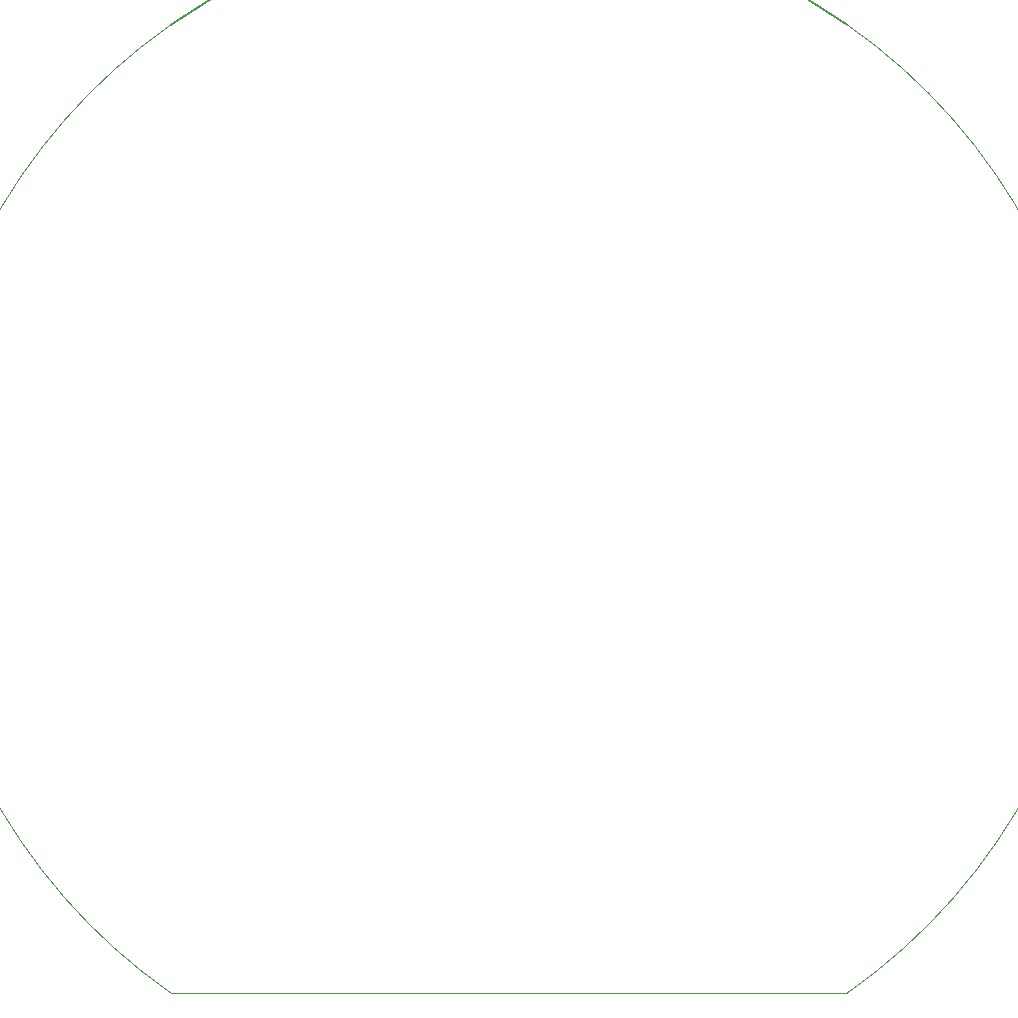
<source format=gbr>
%TF.GenerationSoftware,KiCad,Pcbnew,9.0.4*%
%TF.CreationDate,2025-08-27T20:59:25+02:00*%
%TF.ProjectId,TelemetryOnboard,54656c65-6d65-4747-9279-4f6e626f6172,rev?*%
%TF.SameCoordinates,Original*%
%TF.FileFunction,Profile,NP*%
%FSLAX46Y46*%
G04 Gerber Fmt 4.6, Leading zero omitted, Abs format (unit mm)*
G04 Created by KiCad (PCBNEW 9.0.4) date 2025-08-27 20:59:25*
%MOMM*%
%LPD*%
G01*
G04 APERTURE LIST*
%TA.AperFunction,Profile*%
%ADD10C,0.100000*%
%TD*%
%TA.AperFunction,Profile*%
%ADD11C,0.150000*%
%TD*%
G04 APERTURE END LIST*
D10*
X-28618192Y-40999940D02*
X28618160Y-40999940D01*
D11*
X-28618191Y41000059D02*
G75*
G02*
X28618159Y41000059I28618175J-40999997D01*
G01*
D10*
X-28618191Y-40999939D02*
G75*
G02*
X-28618191Y41000059I28618174J40999999D01*
G01*
X28618159Y41000059D02*
G75*
G02*
X28618159Y-40999939I-28618174J-40999999D01*
G01*
M02*

</source>
